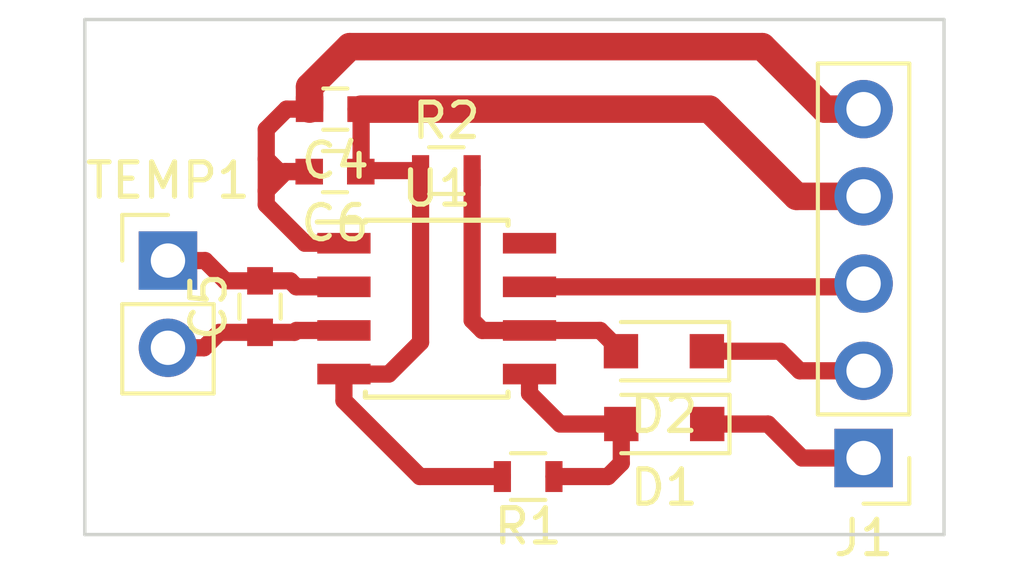
<source format=kicad_pcb>
(kicad_pcb (version 4) (host pcbnew 4.0.7)

  (general
    (links 19)
    (no_connects 0)
    (area 126.949999 92.949999 152.050001 108.050001)
    (thickness 1.6)
    (drawings 4)
    (tracks 60)
    (zones 0)
    (modules 10)
    (nets 10)
  )

  (page A4)
  (layers
    (0 F.Cu signal)
    (31 B.Cu signal)
    (32 B.Adhes user)
    (33 F.Adhes user)
    (34 B.Paste user)
    (35 F.Paste user)
    (36 B.SilkS user)
    (37 F.SilkS user)
    (38 B.Mask user)
    (39 F.Mask user)
    (40 Dwgs.User user)
    (41 Cmts.User user)
    (42 Eco1.User user)
    (43 Eco2.User user)
    (44 Edge.Cuts user)
    (45 Margin user)
    (46 B.CrtYd user)
    (47 F.CrtYd user)
    (48 B.Fab user)
    (49 F.Fab user)
  )

  (setup
    (last_trace_width 0.8)
    (user_trace_width 0.8)
    (trace_clearance 0.5)
    (zone_clearance 0.508)
    (zone_45_only no)
    (trace_min 0.2)
    (segment_width 0.2)
    (edge_width 0.1)
    (via_size 0.6)
    (via_drill 0.4)
    (via_min_size 0.4)
    (via_min_drill 0.3)
    (uvia_size 0.3)
    (uvia_drill 0.1)
    (uvias_allowed no)
    (uvia_min_size 0.2)
    (uvia_min_drill 0.1)
    (pcb_text_width 0.3)
    (pcb_text_size 1.5 1.5)
    (mod_edge_width 0.15)
    (mod_text_size 1 1)
    (mod_text_width 0.15)
    (pad_size 1.5 1.5)
    (pad_drill 0.6)
    (pad_to_mask_clearance 0)
    (aux_axis_origin 0 0)
    (visible_elements 7FFFFFFF)
    (pcbplotparams
      (layerselection 0x00030_80000001)
      (usegerberextensions false)
      (excludeedgelayer true)
      (linewidth 0.100000)
      (plotframeref false)
      (viasonmask false)
      (mode 1)
      (useauxorigin false)
      (hpglpennumber 1)
      (hpglpenspeed 20)
      (hpglpendiameter 15)
      (hpglpenoverlay 2)
      (psnegative false)
      (psa4output false)
      (plotreference true)
      (plotvalue true)
      (plotinvisibletext false)
      (padsonsilk false)
      (subtractmaskfromsilk false)
      (outputformat 1)
      (mirror false)
      (drillshape 1)
      (scaleselection 1)
      (outputdirectory ""))
  )

  (net 0 "")
  (net 1 GND)
  (net 2 +3V3)
  (net 3 "Net-(C5-Pad2)")
  (net 4 "Net-(C5-Pad1)")
  (net 5 "Net-(D1-Pad2)")
  (net 6 /T_SCK)
  (net 7 "Net-(D2-Pad2)")
  (net 8 /T_CS)
  (net 9 /T_SO)

  (net_class Default "This is the default net class."
    (clearance 0.5)
    (trace_width 0.5)
    (via_dia 0.6)
    (via_drill 0.4)
    (uvia_dia 0.3)
    (uvia_drill 0.1)
    (add_net +3V3)
    (add_net /T_CS)
    (add_net /T_SCK)
    (add_net /T_SO)
    (add_net GND)
    (add_net "Net-(C5-Pad1)")
    (add_net "Net-(C5-Pad2)")
    (add_net "Net-(D1-Pad2)")
    (add_net "Net-(D2-Pad2)")
  )

  (module Capacitors_SMD:C_0603 (layer F.Cu) (tedit 59958EE7) (tstamp 5A630B9A)
    (at 134.29 95.61 180)
    (descr "Capacitor SMD 0603, reflow soldering, AVX (see smccp.pdf)")
    (tags "capacitor 0603")
    (path /5A5CBAC7)
    (attr smd)
    (fp_text reference C4 (at 0 -1.5 180) (layer F.SilkS)
      (effects (font (size 1 1) (thickness 0.15)))
    )
    (fp_text value 10uf (at 0 1.5 180) (layer F.Fab)
      (effects (font (size 1 1) (thickness 0.15)))
    )
    (fp_line (start 1.4 0.65) (end -1.4 0.65) (layer F.CrtYd) (width 0.05))
    (fp_line (start 1.4 0.65) (end 1.4 -0.65) (layer F.CrtYd) (width 0.05))
    (fp_line (start -1.4 -0.65) (end -1.4 0.65) (layer F.CrtYd) (width 0.05))
    (fp_line (start -1.4 -0.65) (end 1.4 -0.65) (layer F.CrtYd) (width 0.05))
    (fp_line (start 0.35 0.6) (end -0.35 0.6) (layer F.SilkS) (width 0.12))
    (fp_line (start -0.35 -0.6) (end 0.35 -0.6) (layer F.SilkS) (width 0.12))
    (fp_line (start -0.8 -0.4) (end 0.8 -0.4) (layer F.Fab) (width 0.1))
    (fp_line (start 0.8 -0.4) (end 0.8 0.4) (layer F.Fab) (width 0.1))
    (fp_line (start 0.8 0.4) (end -0.8 0.4) (layer F.Fab) (width 0.1))
    (fp_line (start -0.8 0.4) (end -0.8 -0.4) (layer F.Fab) (width 0.1))
    (fp_text user %R (at 0 0 180) (layer F.Fab)
      (effects (font (size 0.3 0.3) (thickness 0.075)))
    )
    (pad 2 smd rect (at 0.75 0 180) (size 0.8 0.75) (layers F.Cu F.Paste F.Mask)
      (net 1 GND))
    (pad 1 smd rect (at -0.75 0 180) (size 0.8 0.75) (layers F.Cu F.Paste F.Mask)
      (net 2 +3V3))
    (model Capacitors_SMD.3dshapes/C_0603.wrl
      (at (xyz 0 0 0))
      (scale (xyz 1 1 1))
      (rotate (xyz 0 0 0))
    )
  )

  (module Capacitors_SMD:C_0603 (layer F.Cu) (tedit 59958EE7) (tstamp 5A630BAB)
    (at 132.1 101.36 90)
    (descr "Capacitor SMD 0603, reflow soldering, AVX (see smccp.pdf)")
    (tags "capacitor 0603")
    (path /5A5CB2BA)
    (attr smd)
    (fp_text reference C5 (at 0 -1.5 90) (layer F.SilkS)
      (effects (font (size 1 1) (thickness 0.15)))
    )
    (fp_text value 10n (at 0 1.5 90) (layer F.Fab)
      (effects (font (size 1 1) (thickness 0.15)))
    )
    (fp_line (start 1.4 0.65) (end -1.4 0.65) (layer F.CrtYd) (width 0.05))
    (fp_line (start 1.4 0.65) (end 1.4 -0.65) (layer F.CrtYd) (width 0.05))
    (fp_line (start -1.4 -0.65) (end -1.4 0.65) (layer F.CrtYd) (width 0.05))
    (fp_line (start -1.4 -0.65) (end 1.4 -0.65) (layer F.CrtYd) (width 0.05))
    (fp_line (start 0.35 0.6) (end -0.35 0.6) (layer F.SilkS) (width 0.12))
    (fp_line (start -0.35 -0.6) (end 0.35 -0.6) (layer F.SilkS) (width 0.12))
    (fp_line (start -0.8 -0.4) (end 0.8 -0.4) (layer F.Fab) (width 0.1))
    (fp_line (start 0.8 -0.4) (end 0.8 0.4) (layer F.Fab) (width 0.1))
    (fp_line (start 0.8 0.4) (end -0.8 0.4) (layer F.Fab) (width 0.1))
    (fp_line (start -0.8 0.4) (end -0.8 -0.4) (layer F.Fab) (width 0.1))
    (fp_text user %R (at 0 0 90) (layer F.Fab)
      (effects (font (size 0.3 0.3) (thickness 0.075)))
    )
    (pad 2 smd rect (at 0.75 0 90) (size 0.8 0.75) (layers F.Cu F.Paste F.Mask)
      (net 3 "Net-(C5-Pad2)"))
    (pad 1 smd rect (at -0.75 0 90) (size 0.8 0.75) (layers F.Cu F.Paste F.Mask)
      (net 4 "Net-(C5-Pad1)"))
    (model Capacitors_SMD.3dshapes/C_0603.wrl
      (at (xyz 0 0 0))
      (scale (xyz 1 1 1))
      (rotate (xyz 0 0 0))
    )
  )

  (module Capacitors_SMD:C_0603 (layer F.Cu) (tedit 59958EE7) (tstamp 5A630BBC)
    (at 134.28 97.43 180)
    (descr "Capacitor SMD 0603, reflow soldering, AVX (see smccp.pdf)")
    (tags "capacitor 0603")
    (path /5A5CB920)
    (attr smd)
    (fp_text reference C6 (at 0 -1.5 180) (layer F.SilkS)
      (effects (font (size 1 1) (thickness 0.15)))
    )
    (fp_text value 100n (at 0 1.5 180) (layer F.Fab)
      (effects (font (size 1 1) (thickness 0.15)))
    )
    (fp_line (start 1.4 0.65) (end -1.4 0.65) (layer F.CrtYd) (width 0.05))
    (fp_line (start 1.4 0.65) (end 1.4 -0.65) (layer F.CrtYd) (width 0.05))
    (fp_line (start -1.4 -0.65) (end -1.4 0.65) (layer F.CrtYd) (width 0.05))
    (fp_line (start -1.4 -0.65) (end 1.4 -0.65) (layer F.CrtYd) (width 0.05))
    (fp_line (start 0.35 0.6) (end -0.35 0.6) (layer F.SilkS) (width 0.12))
    (fp_line (start -0.35 -0.6) (end 0.35 -0.6) (layer F.SilkS) (width 0.12))
    (fp_line (start -0.8 -0.4) (end 0.8 -0.4) (layer F.Fab) (width 0.1))
    (fp_line (start 0.8 -0.4) (end 0.8 0.4) (layer F.Fab) (width 0.1))
    (fp_line (start 0.8 0.4) (end -0.8 0.4) (layer F.Fab) (width 0.1))
    (fp_line (start -0.8 0.4) (end -0.8 -0.4) (layer F.Fab) (width 0.1))
    (fp_text user %R (at 0 0 180) (layer F.Fab)
      (effects (font (size 0.3 0.3) (thickness 0.075)))
    )
    (pad 2 smd rect (at 0.75 0 180) (size 0.8 0.75) (layers F.Cu F.Paste F.Mask)
      (net 1 GND))
    (pad 1 smd rect (at -0.75 0 180) (size 0.8 0.75) (layers F.Cu F.Paste F.Mask)
      (net 2 +3V3))
    (model Capacitors_SMD.3dshapes/C_0603.wrl
      (at (xyz 0 0 0))
      (scale (xyz 1 1 1))
      (rotate (xyz 0 0 0))
    )
  )

  (module Pin_Headers:Pin_Header_Straight_1x05_Pitch2.54mm (layer F.Cu) (tedit 59650532) (tstamp 5A630C05)
    (at 149.66 105.77 180)
    (descr "Through hole straight pin header, 1x05, 2.54mm pitch, single row")
    (tags "Through hole pin header THT 1x05 2.54mm single row")
    (path /5A630BA7)
    (fp_text reference J1 (at 0 -2.33 180) (layer F.SilkS)
      (effects (font (size 1 1) (thickness 0.15)))
    )
    (fp_text value Conn_01x05 (at 0 12.49 180) (layer F.Fab)
      (effects (font (size 1 1) (thickness 0.15)))
    )
    (fp_line (start -0.635 -1.27) (end 1.27 -1.27) (layer F.Fab) (width 0.1))
    (fp_line (start 1.27 -1.27) (end 1.27 11.43) (layer F.Fab) (width 0.1))
    (fp_line (start 1.27 11.43) (end -1.27 11.43) (layer F.Fab) (width 0.1))
    (fp_line (start -1.27 11.43) (end -1.27 -0.635) (layer F.Fab) (width 0.1))
    (fp_line (start -1.27 -0.635) (end -0.635 -1.27) (layer F.Fab) (width 0.1))
    (fp_line (start -1.33 11.49) (end 1.33 11.49) (layer F.SilkS) (width 0.12))
    (fp_line (start -1.33 1.27) (end -1.33 11.49) (layer F.SilkS) (width 0.12))
    (fp_line (start 1.33 1.27) (end 1.33 11.49) (layer F.SilkS) (width 0.12))
    (fp_line (start -1.33 1.27) (end 1.33 1.27) (layer F.SilkS) (width 0.12))
    (fp_line (start -1.33 0) (end -1.33 -1.33) (layer F.SilkS) (width 0.12))
    (fp_line (start -1.33 -1.33) (end 0 -1.33) (layer F.SilkS) (width 0.12))
    (fp_line (start -1.8 -1.8) (end -1.8 11.95) (layer F.CrtYd) (width 0.05))
    (fp_line (start -1.8 11.95) (end 1.8 11.95) (layer F.CrtYd) (width 0.05))
    (fp_line (start 1.8 11.95) (end 1.8 -1.8) (layer F.CrtYd) (width 0.05))
    (fp_line (start 1.8 -1.8) (end -1.8 -1.8) (layer F.CrtYd) (width 0.05))
    (fp_text user %R (at 0 5.08 270) (layer F.Fab)
      (effects (font (size 1 1) (thickness 0.15)))
    )
    (pad 1 thru_hole rect (at 0 0 180) (size 1.7 1.7) (drill 1) (layers *.Cu *.Mask)
      (net 6 /T_SCK))
    (pad 2 thru_hole oval (at 0 2.54 180) (size 1.7 1.7) (drill 1) (layers *.Cu *.Mask)
      (net 8 /T_CS))
    (pad 3 thru_hole oval (at 0 5.08 180) (size 1.7 1.7) (drill 1) (layers *.Cu *.Mask)
      (net 9 /T_SO))
    (pad 4 thru_hole oval (at 0 7.62 180) (size 1.7 1.7) (drill 1) (layers *.Cu *.Mask)
      (net 2 +3V3))
    (pad 5 thru_hole oval (at 0 10.16 180) (size 1.7 1.7) (drill 1) (layers *.Cu *.Mask)
      (net 1 GND))
    (model ${KISYS3DMOD}/Pin_Headers.3dshapes/Pin_Header_Straight_1x05_Pitch2.54mm.wrl
      (at (xyz 0 0 0))
      (scale (xyz 1 1 1))
      (rotate (xyz 0 0 0))
    )
  )

  (module Resistors_SMD:R_0603 (layer F.Cu) (tedit 58E0A804) (tstamp 5A630C16)
    (at 139.9 106.31 180)
    (descr "Resistor SMD 0603, reflow soldering, Vishay (see dcrcw.pdf)")
    (tags "resistor 0603")
    (path /5A5CD116)
    (attr smd)
    (fp_text reference R1 (at 0 -1.45 180) (layer F.SilkS)
      (effects (font (size 1 1) (thickness 0.15)))
    )
    (fp_text value 10K (at 0 1.5 180) (layer F.Fab)
      (effects (font (size 1 1) (thickness 0.15)))
    )
    (fp_text user %R (at 0 0 180) (layer F.Fab)
      (effects (font (size 0.4 0.4) (thickness 0.075)))
    )
    (fp_line (start -0.8 0.4) (end -0.8 -0.4) (layer F.Fab) (width 0.1))
    (fp_line (start 0.8 0.4) (end -0.8 0.4) (layer F.Fab) (width 0.1))
    (fp_line (start 0.8 -0.4) (end 0.8 0.4) (layer F.Fab) (width 0.1))
    (fp_line (start -0.8 -0.4) (end 0.8 -0.4) (layer F.Fab) (width 0.1))
    (fp_line (start 0.5 0.68) (end -0.5 0.68) (layer F.SilkS) (width 0.12))
    (fp_line (start -0.5 -0.68) (end 0.5 -0.68) (layer F.SilkS) (width 0.12))
    (fp_line (start -1.25 -0.7) (end 1.25 -0.7) (layer F.CrtYd) (width 0.05))
    (fp_line (start -1.25 -0.7) (end -1.25 0.7) (layer F.CrtYd) (width 0.05))
    (fp_line (start 1.25 0.7) (end 1.25 -0.7) (layer F.CrtYd) (width 0.05))
    (fp_line (start 1.25 0.7) (end -1.25 0.7) (layer F.CrtYd) (width 0.05))
    (pad 1 smd rect (at -0.75 0 180) (size 0.5 0.9) (layers F.Cu F.Paste F.Mask)
      (net 5 "Net-(D1-Pad2)"))
    (pad 2 smd rect (at 0.75 0 180) (size 0.5 0.9) (layers F.Cu F.Paste F.Mask)
      (net 2 +3V3))
    (model ${KISYS3DMOD}/Resistors_SMD.3dshapes/R_0603.wrl
      (at (xyz 0 0 0))
      (scale (xyz 1 1 1))
      (rotate (xyz 0 0 0))
    )
  )

  (module Resistors_SMD:R_0603 (layer F.Cu) (tedit 58E0A804) (tstamp 5A630C27)
    (at 137.52 97.4)
    (descr "Resistor SMD 0603, reflow soldering, Vishay (see dcrcw.pdf)")
    (tags "resistor 0603")
    (path /5A5CD3DA)
    (attr smd)
    (fp_text reference R2 (at 0 -1.45) (layer F.SilkS)
      (effects (font (size 1 1) (thickness 0.15)))
    )
    (fp_text value 10K (at 0 1.5) (layer F.Fab)
      (effects (font (size 1 1) (thickness 0.15)))
    )
    (fp_text user %R (at 0 0) (layer F.Fab)
      (effects (font (size 0.4 0.4) (thickness 0.075)))
    )
    (fp_line (start -0.8 0.4) (end -0.8 -0.4) (layer F.Fab) (width 0.1))
    (fp_line (start 0.8 0.4) (end -0.8 0.4) (layer F.Fab) (width 0.1))
    (fp_line (start 0.8 -0.4) (end 0.8 0.4) (layer F.Fab) (width 0.1))
    (fp_line (start -0.8 -0.4) (end 0.8 -0.4) (layer F.Fab) (width 0.1))
    (fp_line (start 0.5 0.68) (end -0.5 0.68) (layer F.SilkS) (width 0.12))
    (fp_line (start -0.5 -0.68) (end 0.5 -0.68) (layer F.SilkS) (width 0.12))
    (fp_line (start -1.25 -0.7) (end 1.25 -0.7) (layer F.CrtYd) (width 0.05))
    (fp_line (start -1.25 -0.7) (end -1.25 0.7) (layer F.CrtYd) (width 0.05))
    (fp_line (start 1.25 0.7) (end 1.25 -0.7) (layer F.CrtYd) (width 0.05))
    (fp_line (start 1.25 0.7) (end -1.25 0.7) (layer F.CrtYd) (width 0.05))
    (pad 1 smd rect (at -0.75 0) (size 0.5 0.9) (layers F.Cu F.Paste F.Mask)
      (net 2 +3V3))
    (pad 2 smd rect (at 0.75 0) (size 0.5 0.9) (layers F.Cu F.Paste F.Mask)
      (net 7 "Net-(D2-Pad2)"))
    (model ${KISYS3DMOD}/Resistors_SMD.3dshapes/R_0603.wrl
      (at (xyz 0 0 0))
      (scale (xyz 1 1 1))
      (rotate (xyz 0 0 0))
    )
  )

  (module Pin_Headers:Pin_Header_Straight_1x02_Pitch2.54mm (layer F.Cu) (tedit 59650532) (tstamp 5A630C3D)
    (at 129.42 100.02)
    (descr "Through hole straight pin header, 1x02, 2.54mm pitch, single row")
    (tags "Through hole pin header THT 1x02 2.54mm single row")
    (path /59B2A3BB)
    (fp_text reference TEMP1 (at 0 -2.33) (layer F.SilkS)
      (effects (font (size 1 1) (thickness 0.15)))
    )
    (fp_text value "Temp sensor" (at 0 4.87) (layer F.Fab)
      (effects (font (size 1 1) (thickness 0.15)))
    )
    (fp_line (start -0.635 -1.27) (end 1.27 -1.27) (layer F.Fab) (width 0.1))
    (fp_line (start 1.27 -1.27) (end 1.27 3.81) (layer F.Fab) (width 0.1))
    (fp_line (start 1.27 3.81) (end -1.27 3.81) (layer F.Fab) (width 0.1))
    (fp_line (start -1.27 3.81) (end -1.27 -0.635) (layer F.Fab) (width 0.1))
    (fp_line (start -1.27 -0.635) (end -0.635 -1.27) (layer F.Fab) (width 0.1))
    (fp_line (start -1.33 3.87) (end 1.33 3.87) (layer F.SilkS) (width 0.12))
    (fp_line (start -1.33 1.27) (end -1.33 3.87) (layer F.SilkS) (width 0.12))
    (fp_line (start 1.33 1.27) (end 1.33 3.87) (layer F.SilkS) (width 0.12))
    (fp_line (start -1.33 1.27) (end 1.33 1.27) (layer F.SilkS) (width 0.12))
    (fp_line (start -1.33 0) (end -1.33 -1.33) (layer F.SilkS) (width 0.12))
    (fp_line (start -1.33 -1.33) (end 0 -1.33) (layer F.SilkS) (width 0.12))
    (fp_line (start -1.8 -1.8) (end -1.8 4.35) (layer F.CrtYd) (width 0.05))
    (fp_line (start -1.8 4.35) (end 1.8 4.35) (layer F.CrtYd) (width 0.05))
    (fp_line (start 1.8 4.35) (end 1.8 -1.8) (layer F.CrtYd) (width 0.05))
    (fp_line (start 1.8 -1.8) (end -1.8 -1.8) (layer F.CrtYd) (width 0.05))
    (fp_text user %R (at 0 1.27 90) (layer F.Fab)
      (effects (font (size 1 1) (thickness 0.15)))
    )
    (pad 1 thru_hole rect (at 0 0) (size 1.7 1.7) (drill 1) (layers *.Cu *.Mask)
      (net 3 "Net-(C5-Pad2)"))
    (pad 2 thru_hole oval (at 0 2.54) (size 1.7 1.7) (drill 1) (layers *.Cu *.Mask)
      (net 4 "Net-(C5-Pad1)"))
    (model ${KISYS3DMOD}/Pin_Headers.3dshapes/Pin_Header_Straight_1x02_Pitch2.54mm.wrl
      (at (xyz 0 0 0))
      (scale (xyz 1 1 1))
      (rotate (xyz 0 0 0))
    )
  )

  (module Housings_SOIC:SOIC-8_3.9x4.9mm_Pitch1.27mm (layer F.Cu) (tedit 58CD0CDA) (tstamp 5A630C5A)
    (at 137.24 101.42)
    (descr "8-Lead Plastic Small Outline (SN) - Narrow, 3.90 mm Body [SOIC] (see Microchip Packaging Specification 00000049BS.pdf)")
    (tags "SOIC 1.27")
    (path /5A5CA738)
    (attr smd)
    (fp_text reference U1 (at 0 -3.5) (layer F.SilkS)
      (effects (font (size 1 1) (thickness 0.15)))
    )
    (fp_text value MAX31855K (at 0 3.5) (layer F.Fab)
      (effects (font (size 1 1) (thickness 0.15)))
    )
    (fp_text user %R (at 0 0) (layer F.Fab)
      (effects (font (size 1 1) (thickness 0.15)))
    )
    (fp_line (start -0.95 -2.45) (end 1.95 -2.45) (layer F.Fab) (width 0.1))
    (fp_line (start 1.95 -2.45) (end 1.95 2.45) (layer F.Fab) (width 0.1))
    (fp_line (start 1.95 2.45) (end -1.95 2.45) (layer F.Fab) (width 0.1))
    (fp_line (start -1.95 2.45) (end -1.95 -1.45) (layer F.Fab) (width 0.1))
    (fp_line (start -1.95 -1.45) (end -0.95 -2.45) (layer F.Fab) (width 0.1))
    (fp_line (start -3.73 -2.7) (end -3.73 2.7) (layer F.CrtYd) (width 0.05))
    (fp_line (start 3.73 -2.7) (end 3.73 2.7) (layer F.CrtYd) (width 0.05))
    (fp_line (start -3.73 -2.7) (end 3.73 -2.7) (layer F.CrtYd) (width 0.05))
    (fp_line (start -3.73 2.7) (end 3.73 2.7) (layer F.CrtYd) (width 0.05))
    (fp_line (start -2.075 -2.575) (end -2.075 -2.525) (layer F.SilkS) (width 0.15))
    (fp_line (start 2.075 -2.575) (end 2.075 -2.43) (layer F.SilkS) (width 0.15))
    (fp_line (start 2.075 2.575) (end 2.075 2.43) (layer F.SilkS) (width 0.15))
    (fp_line (start -2.075 2.575) (end -2.075 2.43) (layer F.SilkS) (width 0.15))
    (fp_line (start -2.075 -2.575) (end 2.075 -2.575) (layer F.SilkS) (width 0.15))
    (fp_line (start -2.075 2.575) (end 2.075 2.575) (layer F.SilkS) (width 0.15))
    (fp_line (start -2.075 -2.525) (end -3.475 -2.525) (layer F.SilkS) (width 0.15))
    (pad 1 smd rect (at -2.7 -1.905) (size 1.55 0.6) (layers F.Cu F.Paste F.Mask)
      (net 1 GND))
    (pad 2 smd rect (at -2.7 -0.635) (size 1.55 0.6) (layers F.Cu F.Paste F.Mask)
      (net 3 "Net-(C5-Pad2)"))
    (pad 3 smd rect (at -2.7 0.635) (size 1.55 0.6) (layers F.Cu F.Paste F.Mask)
      (net 4 "Net-(C5-Pad1)"))
    (pad 4 smd rect (at -2.7 1.905) (size 1.55 0.6) (layers F.Cu F.Paste F.Mask)
      (net 2 +3V3))
    (pad 5 smd rect (at 2.7 1.905) (size 1.55 0.6) (layers F.Cu F.Paste F.Mask)
      (net 5 "Net-(D1-Pad2)"))
    (pad 6 smd rect (at 2.7 0.635) (size 1.55 0.6) (layers F.Cu F.Paste F.Mask)
      (net 7 "Net-(D2-Pad2)"))
    (pad 7 smd rect (at 2.7 -0.635) (size 1.55 0.6) (layers F.Cu F.Paste F.Mask)
      (net 9 /T_SO))
    (pad 8 smd rect (at 2.7 -1.905) (size 1.55 0.6) (layers F.Cu F.Paste F.Mask))
    (model ${KISYS3DMOD}/Housings_SOIC.3dshapes/SOIC-8_3.9x4.9mm_Pitch1.27mm.wrl
      (at (xyz 0 0 0))
      (scale (xyz 1 1 1))
      (rotate (xyz 0 0 0))
    )
  )

  (module Diodes_SMD:D_SOD-323_HandSoldering (layer F.Cu) (tedit 58641869) (tstamp 5A630BEC)
    (at 143.85 102.66 180)
    (descr SOD-323)
    (tags SOD-323)
    (path /5A5CCE46)
    (attr smd)
    (fp_text reference D2 (at 0 -1.85 180) (layer F.SilkS)
      (effects (font (size 1 1) (thickness 0.15)))
    )
    (fp_text value 1n4148w (at 0.1 1.9 180) (layer F.Fab)
      (effects (font (size 1 1) (thickness 0.15)))
    )
    (fp_text user %R (at 0 -1.85 180) (layer F.Fab)
      (effects (font (size 1 1) (thickness 0.15)))
    )
    (fp_line (start -1.9 -0.85) (end -1.9 0.85) (layer F.SilkS) (width 0.12))
    (fp_line (start 0.2 0) (end 0.45 0) (layer F.Fab) (width 0.1))
    (fp_line (start 0.2 0.35) (end -0.3 0) (layer F.Fab) (width 0.1))
    (fp_line (start 0.2 -0.35) (end 0.2 0.35) (layer F.Fab) (width 0.1))
    (fp_line (start -0.3 0) (end 0.2 -0.35) (layer F.Fab) (width 0.1))
    (fp_line (start -0.3 0) (end -0.5 0) (layer F.Fab) (width 0.1))
    (fp_line (start -0.3 -0.35) (end -0.3 0.35) (layer F.Fab) (width 0.1))
    (fp_line (start -0.9 0.7) (end -0.9 -0.7) (layer F.Fab) (width 0.1))
    (fp_line (start 0.9 0.7) (end -0.9 0.7) (layer F.Fab) (width 0.1))
    (fp_line (start 0.9 -0.7) (end 0.9 0.7) (layer F.Fab) (width 0.1))
    (fp_line (start -0.9 -0.7) (end 0.9 -0.7) (layer F.Fab) (width 0.1))
    (fp_line (start -2 -0.95) (end 2 -0.95) (layer F.CrtYd) (width 0.05))
    (fp_line (start 2 -0.95) (end 2 0.95) (layer F.CrtYd) (width 0.05))
    (fp_line (start -2 0.95) (end 2 0.95) (layer F.CrtYd) (width 0.05))
    (fp_line (start -2 -0.95) (end -2 0.95) (layer F.CrtYd) (width 0.05))
    (fp_line (start -1.9 0.85) (end 1.25 0.85) (layer F.SilkS) (width 0.12))
    (fp_line (start -1.9 -0.85) (end 1.25 -0.85) (layer F.SilkS) (width 0.12))
    (pad 1 smd rect (at -1.25 0 180) (size 1 1) (layers F.Cu F.Paste F.Mask)
      (net 8 /T_CS))
    (pad 2 smd rect (at 1.25 0 180) (size 1 1) (layers F.Cu F.Paste F.Mask)
      (net 7 "Net-(D2-Pad2)"))
    (model ${KISYS3DMOD}/Diodes_SMD.3dshapes/D_SOD-323.wrl
      (at (xyz 0 0 0))
      (scale (xyz 1 1 1))
      (rotate (xyz 0 0 0))
    )
  )

  (module Diodes_SMD:D_SOD-323_HandSoldering (layer F.Cu) (tedit 58641869) (tstamp 5A630BD4)
    (at 143.86 104.78 180)
    (descr SOD-323)
    (tags SOD-323)
    (path /5A5CCAA5)
    (attr smd)
    (fp_text reference D1 (at 0 -1.85 180) (layer F.SilkS)
      (effects (font (size 1 1) (thickness 0.15)))
    )
    (fp_text value 1n4148w (at 0.1 1.9 180) (layer F.Fab)
      (effects (font (size 1 1) (thickness 0.15)))
    )
    (fp_text user %R (at 0 -1.85 180) (layer F.Fab)
      (effects (font (size 1 1) (thickness 0.15)))
    )
    (fp_line (start -1.9 -0.85) (end -1.9 0.85) (layer F.SilkS) (width 0.12))
    (fp_line (start 0.2 0) (end 0.45 0) (layer F.Fab) (width 0.1))
    (fp_line (start 0.2 0.35) (end -0.3 0) (layer F.Fab) (width 0.1))
    (fp_line (start 0.2 -0.35) (end 0.2 0.35) (layer F.Fab) (width 0.1))
    (fp_line (start -0.3 0) (end 0.2 -0.35) (layer F.Fab) (width 0.1))
    (fp_line (start -0.3 0) (end -0.5 0) (layer F.Fab) (width 0.1))
    (fp_line (start -0.3 -0.35) (end -0.3 0.35) (layer F.Fab) (width 0.1))
    (fp_line (start -0.9 0.7) (end -0.9 -0.7) (layer F.Fab) (width 0.1))
    (fp_line (start 0.9 0.7) (end -0.9 0.7) (layer F.Fab) (width 0.1))
    (fp_line (start 0.9 -0.7) (end 0.9 0.7) (layer F.Fab) (width 0.1))
    (fp_line (start -0.9 -0.7) (end 0.9 -0.7) (layer F.Fab) (width 0.1))
    (fp_line (start -2 -0.95) (end 2 -0.95) (layer F.CrtYd) (width 0.05))
    (fp_line (start 2 -0.95) (end 2 0.95) (layer F.CrtYd) (width 0.05))
    (fp_line (start -2 0.95) (end 2 0.95) (layer F.CrtYd) (width 0.05))
    (fp_line (start -2 -0.95) (end -2 0.95) (layer F.CrtYd) (width 0.05))
    (fp_line (start -1.9 0.85) (end 1.25 0.85) (layer F.SilkS) (width 0.12))
    (fp_line (start -1.9 -0.85) (end 1.25 -0.85) (layer F.SilkS) (width 0.12))
    (pad 1 smd rect (at -1.25 0 180) (size 1 1) (layers F.Cu F.Paste F.Mask)
      (net 6 /T_SCK))
    (pad 2 smd rect (at 1.25 0 180) (size 1 1) (layers F.Cu F.Paste F.Mask)
      (net 5 "Net-(D1-Pad2)"))
    (model ${KISYS3DMOD}/Diodes_SMD.3dshapes/D_SOD-323.wrl
      (at (xyz 0 0 0))
      (scale (xyz 1 1 1))
      (rotate (xyz 0 0 0))
    )
  )

  (gr_line (start 152 108) (end 152 93) (angle 90) (layer Edge.Cuts) (width 0.1))
  (gr_line (start 127 108) (end 152 108) (angle 90) (layer Edge.Cuts) (width 0.1))
  (gr_line (start 127 93) (end 127 108) (angle 90) (layer Edge.Cuts) (width 0.1))
  (gr_line (start 152 93) (end 127 93) (angle 90) (layer Edge.Cuts) (width 0.1))

  (segment (start 133.54 95.61) (end 133.54 94.96) (width 0.8) (layer F.Cu) (net 1) (status 400000))
  (segment (start 148.53 95.61) (end 149.66 95.61) (width 0.8) (layer F.Cu) (net 1) (tstamp 5A630E26) (status 800000))
  (segment (start 146.71 93.79) (end 148.53 95.61) (width 0.8) (layer F.Cu) (net 1) (tstamp 5A630E25))
  (segment (start 134.71 93.79) (end 146.71 93.79) (width 0.8) (layer F.Cu) (net 1) (tstamp 5A630E24))
  (segment (start 133.54 94.96) (end 134.71 93.79) (width 0.8) (layer F.Cu) (net 1) (tstamp 5A630E23))
  (segment (start 133.53 97.43) (end 132.84 97.43) (width 0.5) (layer F.Cu) (net 1))
  (segment (start 132.84 97.43) (end 132.28 97.99) (width 0.5) (layer F.Cu) (net 1) (tstamp 5A630DE0))
  (segment (start 133.53 97.43) (end 132.65 97.43) (width 0.5) (layer F.Cu) (net 1))
  (segment (start 132.65 97.43) (end 132.28 97.06) (width 0.5) (layer F.Cu) (net 1) (tstamp 5A630DDB))
  (segment (start 134.54 99.515) (end 133.405 99.515) (width 0.5) (layer F.Cu) (net 1))
  (segment (start 132.28 98.39) (end 132.28 97.99) (width 0.5) (layer F.Cu) (net 1) (tstamp 5A630DD6))
  (segment (start 133.405 99.515) (end 132.28 98.39) (width 0.5) (layer F.Cu) (net 1) (tstamp 5A630DD5))
  (segment (start 132.87 95.61) (end 133.54 95.61) (width 0.5) (layer F.Cu) (net 1) (tstamp 5A630DD8))
  (segment (start 132.28 96.2) (end 132.87 95.61) (width 0.5) (layer F.Cu) (net 1) (tstamp 5A630DD7))
  (segment (start 132.28 97.99) (end 132.28 97.06) (width 0.5) (layer F.Cu) (net 1) (tstamp 5A630DE3))
  (segment (start 132.28 97.06) (end 132.28 96.2) (width 0.5) (layer F.Cu) (net 1) (tstamp 5A630DDE))
  (segment (start 135.04 95.61) (end 145.17 95.61) (width 0.8) (layer F.Cu) (net 2) (status 400000))
  (segment (start 147.71 98.15) (end 149.66 98.15) (width 0.8) (layer F.Cu) (net 2) (tstamp 5A630E2B) (status 800000))
  (segment (start 145.17 95.61) (end 147.71 98.15) (width 0.8) (layer F.Cu) (net 2) (tstamp 5A630E29))
  (segment (start 134.54 103.325) (end 134.54 104.1) (width 0.5) (layer F.Cu) (net 2) (status 400000))
  (segment (start 136.75 106.31) (end 139.15 106.31) (width 0.5) (layer F.Cu) (net 2) (tstamp 5A630E09) (status 800000))
  (segment (start 134.54 104.1) (end 136.75 106.31) (width 0.5) (layer F.Cu) (net 2) (tstamp 5A630E08))
  (segment (start 135.04 95.61) (end 135.04 97.42) (width 0.5) (layer F.Cu) (net 2) (status C00000))
  (segment (start 135.04 97.42) (end 135.03 97.43) (width 0.5) (layer F.Cu) (net 2) (tstamp 5A630E01) (status C00000))
  (segment (start 136.77 97.4) (end 135.06 97.4) (width 0.5) (layer F.Cu) (net 2) (status C00000))
  (segment (start 135.06 97.4) (end 135.03 97.43) (width 0.5) (layer F.Cu) (net 2) (tstamp 5A630DFE) (status C00000))
  (segment (start 134.54 103.325) (end 135.845 103.325) (width 0.5) (layer F.Cu) (net 2) (status 400000))
  (segment (start 136.77 102.4) (end 136.77 97.4) (width 0.5) (layer F.Cu) (net 2) (tstamp 5A630DFB) (status 800000))
  (segment (start 135.845 103.325) (end 136.77 102.4) (width 0.5) (layer F.Cu) (net 2) (tstamp 5A630DFA))
  (segment (start 132.1 100.61) (end 132.98 100.61) (width 0.5) (layer F.Cu) (net 3) (status 400000))
  (segment (start 133.155 100.785) (end 134.54 100.785) (width 0.5) (layer F.Cu) (net 3) (tstamp 5A630DF3) (status 800000))
  (segment (start 132.98 100.61) (end 133.155 100.785) (width 0.5) (layer F.Cu) (net 3) (tstamp 5A630DF2))
  (segment (start 129.42 100.02) (end 130.5 100.02) (width 0.5) (layer F.Cu) (net 3) (status 400000))
  (segment (start 131.09 100.61) (end 132.1 100.61) (width 0.5) (layer F.Cu) (net 3) (tstamp 5A630DEB) (status 800000))
  (segment (start 130.5 100.02) (end 131.09 100.61) (width 0.5) (layer F.Cu) (net 3) (tstamp 5A630DEA))
  (segment (start 132.1 102.11) (end 133.1 102.11) (width 0.5) (layer F.Cu) (net 4) (status 400000))
  (segment (start 133.155 102.055) (end 134.54 102.055) (width 0.5) (layer F.Cu) (net 4) (tstamp 5A630DF7) (status 800000))
  (segment (start 133.1 102.11) (end 133.155 102.055) (width 0.5) (layer F.Cu) (net 4) (tstamp 5A630DF6))
  (segment (start 129.42 102.56) (end 130.47 102.56) (width 0.5) (layer F.Cu) (net 4) (status 400000))
  (segment (start 130.92 102.11) (end 132.1 102.11) (width 0.5) (layer F.Cu) (net 4) (tstamp 5A630DEF) (status 800000))
  (segment (start 130.47 102.56) (end 130.92 102.11) (width 0.5) (layer F.Cu) (net 4) (tstamp 5A630DEE))
  (segment (start 142.61 104.78) (end 142.61 105.92) (width 0.5) (layer F.Cu) (net 5) (status 400000))
  (segment (start 142.22 106.31) (end 140.65 106.31) (width 0.5) (layer F.Cu) (net 5) (tstamp 5A630E12) (status 800000))
  (segment (start 142.61 105.92) (end 142.22 106.31) (width 0.5) (layer F.Cu) (net 5) (tstamp 5A630E11))
  (segment (start 139.94 103.325) (end 139.94 103.89) (width 0.5) (layer F.Cu) (net 5) (status 400000))
  (segment (start 140.83 104.78) (end 142.61 104.78) (width 0.5) (layer F.Cu) (net 5) (tstamp 5A630E0E) (status 800000))
  (segment (start 139.94 103.89) (end 140.83 104.78) (width 0.5) (layer F.Cu) (net 5) (tstamp 5A630E0D))
  (segment (start 149.66 105.77) (end 147.87 105.77) (width 0.5) (layer F.Cu) (net 6) (status 400000))
  (segment (start 146.88 104.78) (end 145.11 104.78) (width 0.5) (layer F.Cu) (net 6) (tstamp 5A630E20) (status 800000))
  (segment (start 147.87 105.77) (end 146.88 104.78) (width 0.5) (layer F.Cu) (net 6) (tstamp 5A630E1F))
  (segment (start 139.94 102.055) (end 141.995 102.055) (width 0.5) (layer F.Cu) (net 7) (status 400000))
  (segment (start 141.995 102.055) (end 142.6 102.66) (width 0.5) (layer F.Cu) (net 7) (tstamp 5A630E15) (status 800000))
  (segment (start 138.27 97.4) (end 138.27 101.76) (width 0.5) (layer F.Cu) (net 7) (status 400000))
  (segment (start 138.565 102.055) (end 139.94 102.055) (width 0.5) (layer F.Cu) (net 7) (tstamp 5A630E05) (status 800000))
  (segment (start 138.27 101.76) (end 138.565 102.055) (width 0.5) (layer F.Cu) (net 7) (tstamp 5A630E04))
  (segment (start 145.1 102.66) (end 147.23 102.66) (width 0.5) (layer F.Cu) (net 8) (status 400000))
  (segment (start 147.8 103.23) (end 149.66 103.23) (width 0.5) (layer F.Cu) (net 8) (tstamp 5A630E1C) (status 800000))
  (segment (start 147.23 102.66) (end 147.8 103.23) (width 0.5) (layer F.Cu) (net 8) (tstamp 5A630E1B))
  (segment (start 139.94 100.785) (end 149.565 100.785) (width 0.5) (layer F.Cu) (net 9) (status C00000))
  (segment (start 149.565 100.785) (end 149.66 100.69) (width 0.5) (layer F.Cu) (net 9) (tstamp 5A630E18) (status C00000))

)

</source>
